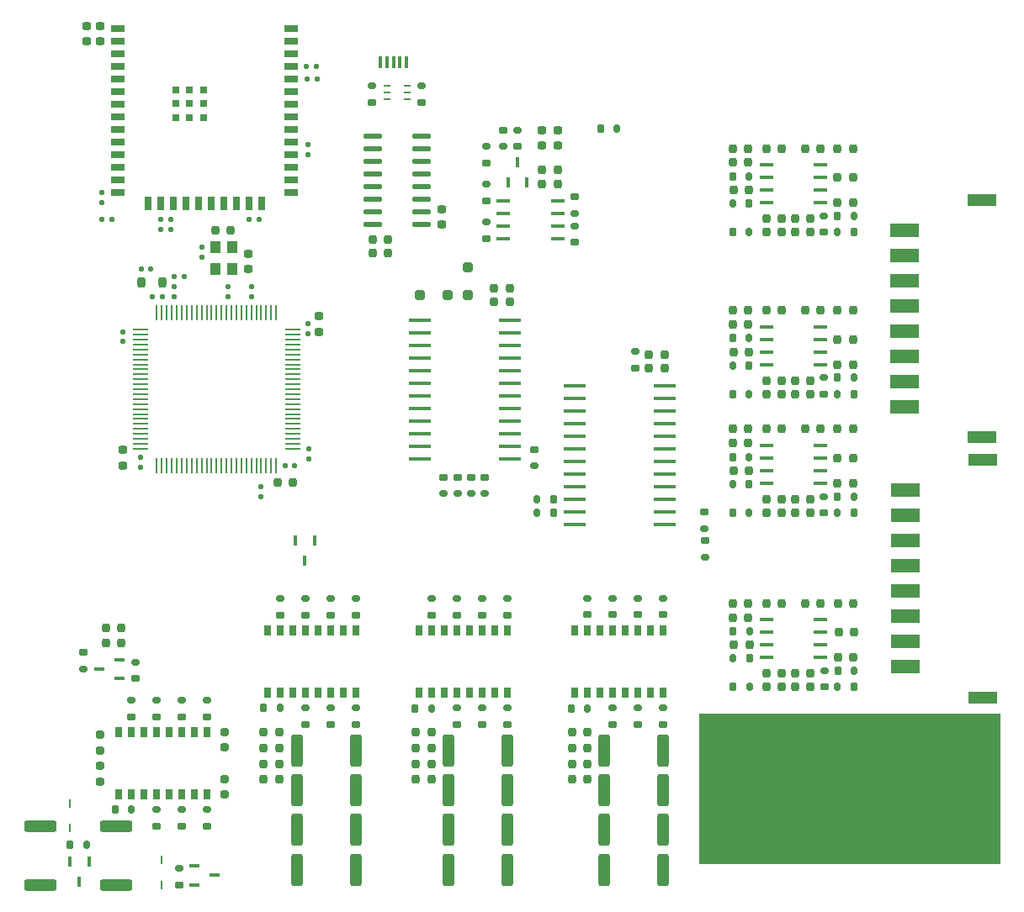
<source format=gbr>
%TF.GenerationSoftware,KiCad,Pcbnew,8.0.4*%
%TF.CreationDate,2024-10-07T12:30:42+07:00*%
%TF.ProjectId,System_Control,53797374-656d-45f4-936f-6e74726f6c2e,rev?*%
%TF.SameCoordinates,Original*%
%TF.FileFunction,Paste,Top*%
%TF.FilePolarity,Positive*%
%FSLAX46Y46*%
G04 Gerber Fmt 4.6, Leading zero omitted, Abs format (unit mm)*
G04 Created by KiCad (PCBNEW 8.0.4) date 2024-10-07 12:30:42*
%MOMM*%
%LPD*%
G01*
G04 APERTURE LIST*
G04 Aperture macros list*
%AMRoundRect*
0 Rectangle with rounded corners*
0 $1 Rounding radius*
0 $2 $3 $4 $5 $6 $7 $8 $9 X,Y pos of 4 corners*
0 Add a 4 corners polygon primitive as box body*
4,1,4,$2,$3,$4,$5,$6,$7,$8,$9,$2,$3,0*
0 Add four circle primitives for the rounded corners*
1,1,$1+$1,$2,$3*
1,1,$1+$1,$4,$5*
1,1,$1+$1,$6,$7*
1,1,$1+$1,$8,$9*
0 Add four rect primitives between the rounded corners*
20,1,$1+$1,$2,$3,$4,$5,0*
20,1,$1+$1,$4,$5,$6,$7,0*
20,1,$1+$1,$6,$7,$8,$9,0*
20,1,$1+$1,$8,$9,$2,$3,0*%
G04 Aperture macros list end*
%ADD10C,0.025400*%
%ADD11RoundRect,0.170600X-0.244100X0.170600X-0.244100X-0.170600X0.244100X-0.170600X0.244100X0.170600X0*%
%ADD12RoundRect,0.174600X-0.249600X0.174600X-0.249600X-0.174600X0.249600X-0.174600X0.249600X0.174600X0*%
%ADD13RoundRect,0.199600X0.199600X0.224600X-0.199600X0.224600X-0.199600X-0.224600X0.199600X-0.224600X0*%
%ADD14RoundRect,0.170600X0.170600X0.244100X-0.170600X0.244100X-0.170600X-0.244100X0.170600X-0.244100X0*%
%ADD15RoundRect,0.174600X0.174600X0.249600X-0.174600X0.249600X-0.174600X-0.249600X0.174600X-0.249600X0*%
%ADD16RoundRect,0.193350X0.193350X0.230850X-0.193350X0.230850X-0.193350X-0.230850X0.193350X-0.230850X0*%
%ADD17RoundRect,0.114600X-0.144600X0.114600X-0.144600X-0.114600X0.144600X-0.114600X0.144600X0.114600X0*%
%ADD18RoundRect,0.109600X-0.109600X-0.159600X0.109600X-0.159600X0.109600X0.159600X-0.109600X0.159600X0*%
%ADD19RoundRect,0.199600X-0.199600X-0.224600X0.199600X-0.224600X0.199600X0.224600X-0.199600X0.224600X0*%
%ADD20RoundRect,0.199600X-0.224600X0.199600X-0.224600X-0.199600X0.224600X-0.199600X0.224600X0.199600X0*%
%ADD21RoundRect,0.170600X-0.170600X-0.244100X0.170600X-0.244100X0.170600X0.244100X-0.170600X0.244100X0*%
%ADD22RoundRect,0.174600X-0.174600X-0.249600X0.174600X-0.249600X0.174600X0.249600X-0.174600X0.249600X0*%
%ADD23RoundRect,0.199600X0.224600X-0.199600X0.224600X0.199600X-0.224600X0.199600X-0.224600X-0.199600X0*%
%ADD24R,1.358900X0.431800*%
%ADD25R,0.348400X1.198400*%
%ADD26R,2.898400X1.298400*%
%ADD27R,2.898400X1.398400*%
%ADD28RoundRect,0.193350X-0.230850X0.193350X-0.230850X-0.193350X0.230850X-0.193350X0.230850X0.193350X0*%
%ADD29RoundRect,0.114600X-0.114600X-0.144600X0.114600X-0.144600X0.114600X0.144600X-0.114600X0.144600X0*%
%ADD30RoundRect,0.170600X0.244100X-0.170600X0.244100X0.170600X-0.244100X0.170600X-0.244100X-0.170600X0*%
%ADD31RoundRect,0.174600X0.249600X-0.174600X0.249600X0.174600X-0.249600X0.174600X-0.249600X-0.174600X0*%
%ADD32RoundRect,0.049600X-0.049600X0.699600X-0.049600X-0.699600X0.049600X-0.699600X0.049600X0.699600X0*%
%ADD33RoundRect,0.049600X-0.699600X0.049600X-0.699600X-0.049600X0.699600X-0.049600X0.699600X0.049600X0*%
%ADD34RoundRect,0.226909X-0.272291X-0.272291X0.272291X-0.272291X0.272291X0.272291X-0.272291X0.272291X0*%
%ADD35RoundRect,0.229266X-0.332434X-1.394934X0.332434X-1.394934X0.332434X1.394934X-0.332434X1.394934X0*%
%ADD36RoundRect,0.109600X0.159600X-0.109600X0.159600X0.109600X-0.159600X0.109600X-0.159600X-0.109600X0*%
%ADD37RoundRect,0.114600X0.144600X-0.114600X0.144600X0.114600X-0.144600X0.114600X-0.144600X-0.114600X0*%
%ADD38R,0.254000X0.812800*%
%ADD39R,0.635000X0.254000*%
%ADD40R,0.711200X1.092200*%
%ADD41RoundRect,0.193350X0.230850X-0.193350X0.230850X0.193350X-0.230850X0.193350X-0.230850X-0.193350X0*%
%ADD42RoundRect,0.109600X-0.159600X0.109600X-0.159600X-0.109600X0.159600X-0.109600X0.159600X0.109600X0*%
%ADD43R,1.398400X0.798400*%
%ADD44R,0.798400X1.398400*%
%ADD45R,0.798400X0.798400*%
%ADD46R,0.431800X1.066800*%
%ADD47R,1.066800X0.431800*%
%ADD48R,1.098400X1.298400*%
%ADD49RoundRect,0.114600X0.114600X0.144600X-0.114600X0.144600X-0.114600X-0.144600X0.114600X-0.144600X0*%
%ADD50R,2.209800X0.457200*%
%ADD51RoundRect,0.229266X-1.394934X0.332434X-1.394934X-0.332434X1.394934X-0.332434X1.394934X0.332434X0*%
%ADD52RoundRect,0.109600X0.109600X0.159600X-0.109600X0.159600X-0.109600X-0.159600X0.109600X-0.159600X0*%
%ADD53RoundRect,0.226909X-0.272291X0.272291X-0.272291X-0.272291X0.272291X-0.272291X0.272291X0.272291X0*%
%ADD54RoundRect,0.193350X-0.193350X-0.355850X0.193350X-0.355850X0.193350X0.355850X-0.193350X0.355850X0*%
%ADD55RoundRect,0.124600X0.799600X0.124600X-0.799600X0.124600X-0.799600X-0.124600X0.799600X-0.124600X0*%
G04 APERTURE END LIST*
D10*
X221610200Y-160232200D02*
X251824800Y-160232200D01*
X251824800Y-175232200D01*
X221610200Y-175232200D01*
X221610200Y-160232200D01*
G36*
X221610200Y-160232200D02*
G01*
X251824800Y-160232200D01*
X251824800Y-175232200D01*
X221610200Y-175232200D01*
X221610200Y-160232200D01*
G37*
D11*
%TO.C,R172*%
X169588600Y-169879400D03*
D12*
X169588600Y-171529400D03*
%TD*%
D13*
%TO.C,C75*%
X229941700Y-157496000D03*
X228391700Y-157496000D03*
%TD*%
D11*
%TO.C,R177*%
X202317400Y-159643200D03*
D12*
X202317400Y-161293200D03*
%TD*%
D14*
%TO.C,R127*%
X210393600Y-159731200D03*
D15*
X208743600Y-159731200D03*
%TD*%
D14*
%TO.C,R128*%
X179457400Y-159643200D03*
D15*
X177807400Y-159643200D03*
%TD*%
D11*
%TO.C,R120*%
X215473600Y-148600600D03*
D12*
X215473600Y-150250600D03*
%TD*%
D16*
%TO.C,D17*%
X179382400Y-163650198D03*
X177807400Y-163650198D03*
%TD*%
D17*
%TO.C,C28*%
X168806600Y-117214200D03*
X168806600Y-118174200D03*
%TD*%
D13*
%TO.C,C95*%
X226551200Y-132959600D03*
X225001200Y-132959600D03*
%TD*%
D11*
%TO.C,R125*%
X181997400Y-148619600D03*
D12*
X181997400Y-150269600D03*
%TD*%
D14*
%TO.C,R168*%
X159964399Y-173371000D03*
D15*
X158314399Y-173371000D03*
%TD*%
D11*
%TO.C,R85*%
X234188950Y-110049800D03*
D12*
X234188950Y-111699800D03*
%TD*%
D18*
%TO.C,R11*%
X182150300Y-96282000D03*
X183170300Y-96282000D03*
%TD*%
D11*
%TO.C,R126*%
X179457400Y-148619600D03*
D12*
X179457400Y-150269600D03*
%TD*%
D19*
%TO.C,C155*%
X200995400Y-117350400D03*
X202545400Y-117350400D03*
%TD*%
D14*
%TO.C,R55*%
X237191200Y-126356600D03*
D15*
X235541200Y-126356600D03*
%TD*%
D14*
%TO.C,R68*%
X226656950Y-111699800D03*
D15*
X225006950Y-111699800D03*
%TD*%
D13*
%TO.C,C91*%
X226551200Y-131537200D03*
X225001200Y-131537200D03*
%TD*%
D19*
%TO.C,C40*%
X205828350Y-105451400D03*
X207378350Y-105451400D03*
%TD*%
D13*
%TO.C,C63*%
X229941700Y-149139400D03*
X228391700Y-149139400D03*
%TD*%
D11*
%TO.C,R166*%
X167048600Y-169879400D03*
D12*
X167048600Y-171529400D03*
%TD*%
D14*
%TO.C,R77*%
X237191200Y-138320000D03*
D15*
X235541200Y-138320000D03*
%TD*%
D20*
%TO.C,C13*%
X195738800Y-109380600D03*
X195738800Y-110930600D03*
%TD*%
D21*
%TO.C,R65*%
X225001200Y-137111600D03*
D22*
X226651200Y-137111600D03*
%TD*%
D16*
%TO.C,D38*%
X194697400Y-165244664D03*
X193122400Y-165244664D03*
%TD*%
D13*
%TO.C,C128*%
X229927800Y-110328200D03*
X228377800Y-110328200D03*
%TD*%
D23*
%TO.C,C18*%
X183394400Y-121724000D03*
X183394400Y-120174000D03*
%TD*%
D24*
%TO.C,U5*%
X201930050Y-108524800D03*
X201930050Y-109794800D03*
X201930050Y-111064800D03*
X201930050Y-112334800D03*
X207378350Y-112334800D03*
X207378350Y-111064800D03*
X207378350Y-109794800D03*
X207378350Y-108524800D03*
%TD*%
D11*
%TO.C,R133*%
X212933600Y-159624200D03*
D12*
X212933600Y-161274200D03*
%TD*%
D13*
%TO.C,C80*%
X229922050Y-126635000D03*
X228372050Y-126635000D03*
%TD*%
D25*
%TO.C,J2*%
X192150600Y-94544000D03*
X191500600Y-94544000D03*
X190850600Y-94544000D03*
X190200600Y-94544000D03*
X189550600Y-94544000D03*
%TD*%
D26*
%TO.C,J7*%
X250196400Y-158561400D03*
X250196400Y-134661400D03*
D27*
X242396400Y-137721400D03*
X242396400Y-140261400D03*
X242396400Y-142801400D03*
X242396400Y-145341400D03*
X242396400Y-147881400D03*
X242396400Y-150421400D03*
X242396400Y-152961400D03*
X242396400Y-155501400D03*
%TD*%
D28*
%TO.C,D43*%
X161346334Y-162340500D03*
X161346334Y-163915500D03*
%TD*%
D11*
%TO.C,R35*%
X200197400Y-110684800D03*
D12*
X200197400Y-112334800D03*
%TD*%
D11*
%TO.C,R145*%
X218013600Y-159624200D03*
D12*
X218013600Y-161274200D03*
%TD*%
D29*
%TO.C,C27*%
X166631300Y-118174200D03*
X167591300Y-118174200D03*
%TD*%
D16*
%TO.C,D13*%
X210393600Y-163649400D03*
X208818600Y-163649400D03*
%TD*%
D11*
%TO.C,R151*%
X202317400Y-148619600D03*
D12*
X202317400Y-150269600D03*
%TD*%
D11*
%TO.C,R140*%
X184537400Y-159643200D03*
D12*
X184537400Y-161293200D03*
%TD*%
D14*
%TO.C,R79*%
X237196950Y-110049800D03*
D15*
X235546950Y-110049800D03*
%TD*%
D30*
%TO.C,R191*%
X222192000Y-144452200D03*
D31*
X222192000Y-142802200D03*
%TD*%
D32*
%TO.C,U3*%
X179056600Y-119849000D03*
X178556600Y-119849000D03*
X178056600Y-119849000D03*
X177556600Y-119849000D03*
X177056600Y-119849000D03*
X176556600Y-119849000D03*
X176056600Y-119849000D03*
X175556600Y-119849000D03*
X175056600Y-119849000D03*
X174556600Y-119849000D03*
X174056600Y-119849000D03*
X173556600Y-119849000D03*
X173056600Y-119849000D03*
X172556600Y-119849000D03*
X172056600Y-119849000D03*
X171556600Y-119849000D03*
X171056600Y-119849000D03*
X170556600Y-119849000D03*
X170056600Y-119849000D03*
X169556600Y-119849000D03*
X169056600Y-119849000D03*
X168556600Y-119849000D03*
X168056600Y-119849000D03*
X167556600Y-119849000D03*
X167056600Y-119849000D03*
D33*
X165381600Y-121524000D03*
X165381600Y-122024000D03*
X165381600Y-122524000D03*
X165381600Y-123024000D03*
X165381600Y-123524000D03*
X165381600Y-124024000D03*
X165381600Y-124524000D03*
X165381600Y-125024000D03*
X165381600Y-125524000D03*
X165381600Y-126024000D03*
X165381600Y-126524000D03*
X165381600Y-127024000D03*
X165381600Y-127524000D03*
X165381600Y-128024000D03*
X165381600Y-128524000D03*
X165381600Y-129024000D03*
X165381600Y-129524000D03*
X165381600Y-130024000D03*
X165381600Y-130524000D03*
X165381600Y-131024000D03*
X165381600Y-131524000D03*
X165381600Y-132024000D03*
X165381600Y-132524000D03*
X165381600Y-133024000D03*
X165381600Y-133524000D03*
D32*
X167056600Y-135199000D03*
X167556600Y-135199000D03*
X168056600Y-135199000D03*
X168556600Y-135199000D03*
X169056600Y-135199000D03*
X169556600Y-135199000D03*
X170056600Y-135199000D03*
X170556600Y-135199000D03*
X171056600Y-135199000D03*
X171556600Y-135199000D03*
X172056600Y-135199000D03*
X172556600Y-135199000D03*
X173056600Y-135199000D03*
X173556600Y-135199000D03*
X174056600Y-135199000D03*
X174556600Y-135199000D03*
X175056600Y-135199000D03*
X175556600Y-135199000D03*
X176056600Y-135199000D03*
X176556600Y-135199000D03*
X177056600Y-135199000D03*
X177556600Y-135199000D03*
X178056600Y-135199000D03*
X178556600Y-135199000D03*
X179056600Y-135199000D03*
D33*
X180731600Y-133524000D03*
X180731600Y-133024000D03*
X180731600Y-132524000D03*
X180731600Y-132024000D03*
X180731600Y-131524000D03*
X180731600Y-131024000D03*
X180731600Y-130524000D03*
X180731600Y-130024000D03*
X180731600Y-129524000D03*
X180731600Y-129024000D03*
X180731600Y-128524000D03*
X180731600Y-128024000D03*
X180731600Y-127524000D03*
X180731600Y-127024000D03*
X180731600Y-126524000D03*
X180731600Y-126024000D03*
X180731600Y-125524000D03*
X180731600Y-125024000D03*
X180731600Y-124524000D03*
X180731600Y-124024000D03*
X180731600Y-123524000D03*
X180731600Y-123024000D03*
X180731600Y-122524000D03*
X180731600Y-122024000D03*
X180731600Y-121524000D03*
%TD*%
D13*
%TO.C,C120*%
X237096950Y-106188000D03*
X235546950Y-106188000D03*
%TD*%
D16*
%TO.C,D37*%
X194697400Y-163650198D03*
X193122400Y-163650198D03*
%TD*%
D11*
%TO.C,R165*%
X197237400Y-159643200D03*
D12*
X197237400Y-161293200D03*
%TD*%
D34*
%TO.C,D60*%
X193503000Y-118049800D03*
X196303000Y-118049800D03*
%TD*%
D23*
%TO.C,C31*%
X176257000Y-115432400D03*
X176257000Y-113882400D03*
%TD*%
D35*
%TO.C,R181*%
X196392400Y-163897598D03*
X202317400Y-163897598D03*
%TD*%
D11*
%TO.C,R146*%
X187077400Y-159643200D03*
D12*
X187077400Y-161293200D03*
%TD*%
D36*
%TO.C,R21*%
X171558000Y-114247200D03*
X171558000Y-113227200D03*
%TD*%
D30*
%TO.C,R31*%
X201922800Y-103089200D03*
D31*
X201922800Y-101439200D03*
%TD*%
D19*
%TO.C,C159*%
X216566200Y-124018800D03*
X218116200Y-124018800D03*
%TD*%
D35*
%TO.C,R175*%
X196392400Y-167885398D03*
X202317400Y-167885398D03*
%TD*%
D21*
%TO.C,R43*%
X225001200Y-125148200D03*
D22*
X226651200Y-125148200D03*
%TD*%
D37*
%TO.C,C19*%
X182276800Y-121894000D03*
X182276800Y-120934000D03*
%TD*%
D11*
%TO.C,R9*%
X193720400Y-96986200D03*
D12*
X193720400Y-98636200D03*
%TD*%
D14*
%TO.C,R66*%
X226651200Y-139970000D03*
D15*
X225001200Y-139970000D03*
%TD*%
D13*
%TO.C,C37*%
X163455400Y-151577800D03*
X161905400Y-151577800D03*
%TD*%
D24*
%TO.C,U7*%
X228391700Y-150739600D03*
X228391700Y-152009600D03*
X228391700Y-153279600D03*
X228391700Y-154549600D03*
X233840000Y-154549600D03*
X233840000Y-153279600D03*
X233840000Y-152009600D03*
X233840000Y-150739600D03*
%TD*%
%TO.C,U12*%
X228377800Y-104918000D03*
X228377800Y-106188000D03*
X228377800Y-107458000D03*
X228377800Y-108728000D03*
X233826100Y-108728000D03*
X233826100Y-107458000D03*
X233826100Y-106188000D03*
X233826100Y-104918000D03*
%TD*%
D30*
%TO.C,R30*%
X159670200Y-155707799D03*
D31*
X159670200Y-154057799D03*
%TD*%
D19*
%TO.C,C156*%
X200995400Y-118747400D03*
X202545400Y-118747400D03*
%TD*%
D21*
%TO.C,R54*%
X235549050Y-157482400D03*
D22*
X237199050Y-157482400D03*
%TD*%
D16*
%TO.C,D19*%
X179382400Y-166843998D03*
X177807400Y-166843998D03*
%TD*%
D29*
%TO.C,C24*%
X168817400Y-116195600D03*
X169777400Y-116195600D03*
%TD*%
D38*
%TO.C,D57*%
X167544800Y-174945800D03*
X167544800Y-177435000D03*
%TD*%
D24*
%TO.C,U8*%
X228372050Y-121224800D03*
X228372050Y-122494800D03*
X228372050Y-123764800D03*
X228372050Y-125034800D03*
X233820350Y-125034800D03*
X233820350Y-123764800D03*
X233820350Y-122494800D03*
X233820350Y-121224800D03*
%TD*%
D18*
%TO.C,R10*%
X182122900Y-95012000D03*
X183142900Y-95012000D03*
%TD*%
D21*
%TO.C,R56*%
X235541200Y-128006600D03*
D22*
X237191200Y-128006600D03*
%TD*%
D13*
%TO.C,C111*%
X229922050Y-131537200D03*
X228372050Y-131537200D03*
%TD*%
D14*
%TO.C,R49*%
X226651200Y-122381400D03*
D15*
X225001200Y-122381400D03*
%TD*%
D39*
%TO.C,D6*%
X190183200Y-96986200D03*
X190183200Y-97646600D03*
X190183200Y-98307000D03*
X192266000Y-98307000D03*
X192266000Y-97646600D03*
X192266000Y-96986200D03*
%TD*%
D13*
%TO.C,C127*%
X229922050Y-138598400D03*
X228372050Y-138598400D03*
%TD*%
D11*
%TO.C,R122*%
X210393600Y-148600600D03*
D12*
X210393600Y-150250600D03*
%TD*%
D24*
%TO.C,U11*%
X228372050Y-133188200D03*
X228372050Y-134458200D03*
X228372050Y-135728200D03*
X228372050Y-136998200D03*
X233820350Y-136998200D03*
X233820350Y-135728200D03*
X233820350Y-134458200D03*
X233820350Y-133188200D03*
%TD*%
D13*
%TO.C,C112*%
X229927800Y-103317800D03*
X228377800Y-103317800D03*
%TD*%
D40*
%TO.C,U17*%
X172128600Y-162042600D03*
X170858600Y-162042600D03*
X169588600Y-162042600D03*
X168318600Y-162042600D03*
X167048600Y-162042600D03*
X165778600Y-162042600D03*
X164508600Y-162042600D03*
X163238600Y-162042600D03*
X163238600Y-168342598D03*
X164508600Y-168342598D03*
X165778600Y-168342598D03*
X167048600Y-168342598D03*
X168318600Y-168342598D03*
X169588600Y-168342598D03*
X170858600Y-168342598D03*
X172128600Y-168342598D03*
%TD*%
D35*
%TO.C,R137*%
X212088600Y-171872400D03*
X218013600Y-171872400D03*
%TD*%
D13*
%TO.C,C84*%
X237091200Y-119599200D03*
X235541200Y-119599200D03*
%TD*%
%TO.C,C132*%
X237096950Y-103317800D03*
X235546950Y-103317800D03*
%TD*%
D19*
%TO.C,C104*%
X231266750Y-111699800D03*
X232816750Y-111699800D03*
%TD*%
D30*
%TO.C,R183*%
X197300000Y-138049600D03*
D31*
X197300000Y-136399600D03*
%TD*%
D16*
%TO.C,D16*%
X179382400Y-162068798D03*
X177807400Y-162068798D03*
%TD*%
D19*
%TO.C,C52*%
X231261000Y-126635000D03*
X232811000Y-126635000D03*
%TD*%
D23*
%TO.C,C30*%
X163658600Y-135197400D03*
X163658600Y-133647400D03*
%TD*%
D11*
%TO.C,R158*%
X164508600Y-158855800D03*
D12*
X164508600Y-160505800D03*
%TD*%
D13*
%TO.C,C29*%
X180732600Y-136922000D03*
X179182600Y-136922000D03*
%TD*%
D16*
%TO.C,D15*%
X210393600Y-166843200D03*
X208818600Y-166843200D03*
%TD*%
D14*
%TO.C,R159*%
X194697400Y-159731998D03*
D15*
X193047400Y-159731998D03*
%TD*%
D36*
%TO.C,R23*%
X161499600Y-108732000D03*
X161499600Y-107712000D03*
%TD*%
D21*
%TO.C,R78*%
X235541200Y-139970000D03*
D22*
X237191200Y-139970000D03*
%TD*%
D41*
%TO.C,D41*%
X173869400Y-168342598D03*
X173869400Y-166767598D03*
%TD*%
D42*
%TO.C,R25*%
X182226500Y-102882000D03*
X182226500Y-103902000D03*
%TD*%
D13*
%TO.C,C44*%
X226551200Y-119599200D03*
X225001200Y-119599200D03*
%TD*%
%TO.C,C79*%
X229941700Y-156149800D03*
X228391700Y-156149800D03*
%TD*%
D16*
%TO.C,D12*%
X210393600Y-162068000D03*
X208818600Y-162068000D03*
%TD*%
D14*
%TO.C,R42*%
X226670850Y-157496000D03*
D15*
X225020850Y-157496000D03*
%TD*%
D16*
%TO.C,D39*%
X194697400Y-166843998D03*
X193122400Y-166843998D03*
%TD*%
D11*
%TO.C,R61*%
X234183200Y-126356600D03*
D12*
X234183200Y-128006600D03*
%TD*%
D16*
%TO.C,D18*%
X179382400Y-165244664D03*
X177807400Y-165244664D03*
%TD*%
D26*
%TO.C,J8*%
X250109800Y-132336600D03*
X250109800Y-108436600D03*
D27*
X242309800Y-111496600D03*
X242309800Y-114036600D03*
X242309800Y-116576600D03*
X242309800Y-119116600D03*
X242309800Y-121656600D03*
X242309800Y-124196600D03*
X242309800Y-126736600D03*
X242309800Y-129276600D03*
%TD*%
D13*
%TO.C,C43*%
X226570450Y-149139400D03*
X225020450Y-149139400D03*
%TD*%
%TO.C,C116*%
X237096950Y-108728000D03*
X235546950Y-108728000D03*
%TD*%
D11*
%TO.C,R178*%
X172128600Y-169879400D03*
D12*
X172128600Y-171529400D03*
%TD*%
D36*
%TO.C,R203*%
X177556600Y-138371800D03*
X177556600Y-137351800D03*
%TD*%
D40*
%TO.C,U15*%
X187077400Y-151806400D03*
X185807400Y-151806400D03*
X184537400Y-151806400D03*
X183267400Y-151806400D03*
X181997400Y-151806400D03*
X180727400Y-151806400D03*
X179457400Y-151806400D03*
X178187400Y-151806400D03*
X178187400Y-158106398D03*
X179457400Y-158106398D03*
X180727400Y-158106398D03*
X181997400Y-158106398D03*
X183267400Y-158106398D03*
X184537400Y-158106398D03*
X185807400Y-158106398D03*
X187077400Y-158106398D03*
%TD*%
D13*
%TO.C,C96*%
X226556950Y-104689400D03*
X225006950Y-104689400D03*
%TD*%
%TO.C,C124*%
X229927800Y-111699800D03*
X228377800Y-111699800D03*
%TD*%
D35*
%TO.C,R144*%
X181152400Y-167885398D03*
X187077400Y-167885398D03*
%TD*%
D13*
%TO.C,C119*%
X237091200Y-134458200D03*
X235541200Y-134458200D03*
%TD*%
D30*
%TO.C,R190*%
X222166600Y-141569200D03*
D31*
X222166600Y-139919200D03*
%TD*%
D21*
%TO.C,R80*%
X235546950Y-111699800D03*
D22*
X237196950Y-111699800D03*
%TD*%
D19*
%TO.C,C100*%
X231266750Y-110328200D03*
X232816750Y-110328200D03*
%TD*%
D13*
%TO.C,C71*%
X237199450Y-152009600D03*
X235649450Y-152009600D03*
%TD*%
%TO.C,C68*%
X237091200Y-125034800D03*
X235541200Y-125034800D03*
%TD*%
%TO.C,C76*%
X229922050Y-128006600D03*
X228372050Y-128006600D03*
%TD*%
D43*
%TO.C,U1*%
X163100300Y-91202000D03*
X163100300Y-92472000D03*
X163100300Y-93742000D03*
X163100300Y-95012000D03*
X163100300Y-96282000D03*
X163100300Y-97552000D03*
X163100300Y-98822000D03*
X163100300Y-100092000D03*
X163100300Y-101362000D03*
X163100300Y-102632000D03*
X163100300Y-103902000D03*
X163100300Y-105172000D03*
X163100300Y-106442000D03*
X163100300Y-107712000D03*
D44*
X166135300Y-108807000D03*
X167405300Y-108807000D03*
X168675300Y-108807000D03*
X169945300Y-108807000D03*
X171215300Y-108807000D03*
X172485300Y-108807000D03*
X173755300Y-108807000D03*
X175025300Y-108807000D03*
X176295300Y-108807000D03*
X177565300Y-108807000D03*
D43*
X180600300Y-107712000D03*
X180600300Y-106442000D03*
X180600300Y-105172000D03*
X180600300Y-103902000D03*
X180600300Y-102632000D03*
X180600300Y-101362000D03*
X180600300Y-100092000D03*
X180600300Y-98822000D03*
X180600300Y-97552000D03*
X180600300Y-96282000D03*
X180600300Y-95012000D03*
X180600300Y-93742000D03*
X180600300Y-92472000D03*
X180600300Y-91202000D03*
D45*
X168950300Y-97367000D03*
X168950300Y-98767000D03*
X168950300Y-100167000D03*
X170350300Y-97367000D03*
X170350300Y-98767000D03*
X170350300Y-100167000D03*
X171750300Y-97367000D03*
X171750300Y-98767000D03*
X171750300Y-100167000D03*
%TD*%
D46*
%TO.C,Q4*%
X202383399Y-106654400D03*
X204283401Y-106654400D03*
X203333400Y-104622400D03*
%TD*%
D11*
%TO.C,R153*%
X197237400Y-148619600D03*
D12*
X197237400Y-150269600D03*
%TD*%
D13*
%TO.C,C131*%
X237091200Y-131537200D03*
X235541200Y-131537200D03*
%TD*%
D30*
%TO.C,R37*%
X209118550Y-109794800D03*
D31*
X209118550Y-108144800D03*
%TD*%
D19*
%TO.C,C135*%
X232270350Y-131537200D03*
X233820350Y-131537200D03*
%TD*%
D13*
%TO.C,C47*%
X226570450Y-150561400D03*
X225020450Y-150561400D03*
%TD*%
D41*
%TO.C,D42*%
X161346334Y-167021200D03*
X161346334Y-165446200D03*
%TD*%
D18*
%TO.C,R19*%
X167405300Y-111471200D03*
X168425300Y-111471200D03*
%TD*%
D13*
%TO.C,C64*%
X229928400Y-119599200D03*
X228378400Y-119599200D03*
%TD*%
D47*
%TO.C,Q20*%
X170858600Y-175534998D03*
X170858600Y-177435000D03*
X172890600Y-176484999D03*
%TD*%
D35*
%TO.C,R131*%
X212088600Y-175911000D03*
X218013600Y-175911000D03*
%TD*%
D11*
%TO.C,R33*%
X200197400Y-103089200D03*
D12*
X200197400Y-104739200D03*
%TD*%
D11*
%TO.C,R121*%
X212933600Y-148600600D03*
D12*
X212933600Y-150250600D03*
%TD*%
D30*
%TO.C,R185*%
X198672000Y-138049600D03*
D31*
X198672000Y-136399600D03*
%TD*%
D38*
%TO.C,D49*%
X158314399Y-169256200D03*
X158314399Y-171745400D03*
%TD*%
D48*
%TO.C,Y1*%
X172956800Y-113227200D03*
X172956800Y-115427200D03*
X174656800Y-115427200D03*
X174656800Y-113227200D03*
%TD*%
D19*
%TO.C,C87*%
X232290000Y-149139400D03*
X233840000Y-149139400D03*
%TD*%
D21*
%TO.C,R188*%
X205290200Y-138598400D03*
D22*
X206940200Y-138598400D03*
%TD*%
D11*
%TO.C,R155*%
X172128600Y-158855800D03*
D12*
X172128600Y-160505800D03*
%TD*%
D11*
%TO.C,R32*%
X203333400Y-101439200D03*
D12*
X203333400Y-103089200D03*
%TD*%
D11*
%TO.C,R34*%
X200197400Y-106874800D03*
D12*
X200197400Y-108524800D03*
%TD*%
D37*
%TO.C,C20*%
X165381600Y-135367400D03*
X165381600Y-134407400D03*
%TD*%
D19*
%TO.C,C107*%
X225101200Y-135728200D03*
X226651200Y-135728200D03*
%TD*%
D49*
%TO.C,C25*%
X166447400Y-115433600D03*
X165487400Y-115433600D03*
%TD*%
D16*
%TO.C,D14*%
X210393600Y-165243866D03*
X208818600Y-165243866D03*
%TD*%
D14*
%TO.C,R73*%
X226656950Y-106074600D03*
D15*
X225006950Y-106074600D03*
%TD*%
D11*
%TO.C,R84*%
X234183200Y-138320000D03*
D12*
X234183200Y-139970000D03*
%TD*%
D11*
%TO.C,R124*%
X184537400Y-148619600D03*
D12*
X184537400Y-150269600D03*
%TD*%
D13*
%TO.C,C83*%
X237110850Y-149139400D03*
X235560850Y-149139400D03*
%TD*%
D21*
%TO.C,R189*%
X205315600Y-139944600D03*
D22*
X206965600Y-139944600D03*
%TD*%
D11*
%TO.C,R123*%
X187077400Y-148619600D03*
D12*
X187077400Y-150269600D03*
%TD*%
D14*
%TO.C,R53*%
X237210850Y-155846000D03*
D15*
X235560850Y-155846000D03*
%TD*%
D11*
%TO.C,R38*%
X209118550Y-111064800D03*
D12*
X209118550Y-112714800D03*
%TD*%
D17*
%TO.C,C23*%
X174216600Y-117214200D03*
X174216600Y-118174200D03*
%TD*%
D11*
%TO.C,R154*%
X194697400Y-148619600D03*
D12*
X194697400Y-150269600D03*
%TD*%
D14*
%TO.C,R36*%
X213352800Y-101274000D03*
D15*
X211702800Y-101274000D03*
%TD*%
D13*
%TO.C,C48*%
X226551200Y-120996200D03*
X225001200Y-120996200D03*
%TD*%
D35*
%TO.C,R132*%
X181152400Y-175911798D03*
X187077400Y-175911798D03*
%TD*%
D50*
%TO.C,U18*%
X193503000Y-120601600D03*
X193503000Y-121871600D03*
X193503000Y-123141600D03*
X193503000Y-124411600D03*
X193503000Y-125681600D03*
X193503000Y-126951600D03*
X193503000Y-128221600D03*
X193503000Y-129491600D03*
X193503000Y-130761600D03*
X193503000Y-132031600D03*
X193503000Y-133301600D03*
X193503000Y-134571600D03*
X202545400Y-134571600D03*
X202545400Y-133301600D03*
X202545400Y-132031600D03*
X202545400Y-130761600D03*
X202545400Y-129491600D03*
X202545400Y-128221600D03*
X202545400Y-126951600D03*
X202545400Y-125681600D03*
X202545400Y-124411600D03*
X202545400Y-123141600D03*
X202545400Y-121871600D03*
X202545400Y-120601600D03*
%TD*%
D51*
%TO.C,R164*%
X155346400Y-171510000D03*
X155346400Y-177435000D03*
%TD*%
D11*
%TO.C,R152*%
X199777400Y-148619600D03*
D12*
X199777400Y-150269600D03*
%TD*%
D30*
%TO.C,R186*%
X200043200Y-138049600D03*
D31*
X200043200Y-136399600D03*
%TD*%
D11*
%TO.C,R29*%
X164904400Y-155007800D03*
D12*
X164904400Y-156657800D03*
%TD*%
D11*
%TO.C,R139*%
X215473600Y-159624200D03*
D12*
X215473600Y-161274200D03*
%TD*%
D35*
%TO.C,R138*%
X181152400Y-171873198D03*
X187077400Y-171873198D03*
%TD*%
D14*
%TO.C,R72*%
X226651200Y-134344800D03*
D15*
X225001200Y-134344800D03*
%TD*%
D20*
%TO.C,C12*%
X160012500Y-90922000D03*
X160012500Y-92472000D03*
%TD*%
D19*
%TO.C,C88*%
X232270350Y-119599200D03*
X233820350Y-119599200D03*
%TD*%
D11*
%TO.C,R8*%
X188728400Y-96986200D03*
D12*
X188728400Y-98636200D03*
%TD*%
D19*
%TO.C,C60*%
X225101200Y-123764800D03*
X226651200Y-123764800D03*
%TD*%
D13*
%TO.C,C92*%
X226556950Y-103317800D03*
X225006950Y-103317800D03*
%TD*%
D19*
%TO.C,C108*%
X225106950Y-107458000D03*
X226656950Y-107458000D03*
%TD*%
D11*
%TO.C,R119*%
X218013600Y-148600600D03*
D12*
X218013600Y-150250600D03*
%TD*%
D11*
%TO.C,R157*%
X167048600Y-158855800D03*
D12*
X167048600Y-160505800D03*
%TD*%
D19*
%TO.C,C103*%
X231261000Y-139970000D03*
X232811000Y-139970000D03*
%TD*%
D52*
%TO.C,R20*%
X162519600Y-110429800D03*
X161499600Y-110429800D03*
%TD*%
D30*
%TO.C,R187*%
X205021600Y-135232000D03*
D31*
X205021600Y-133582000D03*
%TD*%
D11*
%TO.C,R171*%
X199777400Y-159643200D03*
D12*
X199777400Y-161293200D03*
%TD*%
D14*
%TO.C,R48*%
X226670850Y-151933000D03*
D15*
X225020850Y-151933000D03*
%TD*%
D11*
%TO.C,R180*%
X169272000Y-175785000D03*
D12*
X169272000Y-177435000D03*
%TD*%
D13*
%TO.C,C14*%
X190292400Y-113775400D03*
X188742400Y-113775400D03*
%TD*%
D17*
%TO.C,C22*%
X176556600Y-117214200D03*
X176556600Y-118174200D03*
%TD*%
D14*
%TO.C,R44*%
X226651200Y-128006600D03*
D15*
X225001200Y-128006600D03*
%TD*%
D19*
%TO.C,C41*%
X205828350Y-106899200D03*
X207378350Y-106899200D03*
%TD*%
D20*
%TO.C,C11*%
X161358700Y-90922000D03*
X161358700Y-92472000D03*
%TD*%
D46*
%TO.C,D63*%
X182896601Y-142764000D03*
X180996599Y-142764000D03*
X181946600Y-144796000D03*
%TD*%
D17*
%TO.C,C26*%
X163658600Y-121760800D03*
X163658600Y-122720800D03*
%TD*%
D35*
%TO.C,R149*%
X212088600Y-163896800D03*
X218013600Y-163896800D03*
%TD*%
D13*
%TO.C,C72*%
X237091200Y-122494800D03*
X235541200Y-122494800D03*
%TD*%
D23*
%TO.C,C38*%
X207378350Y-102989200D03*
X207378350Y-101439200D03*
%TD*%
D19*
%TO.C,C136*%
X232276100Y-103317800D03*
X233826100Y-103317800D03*
%TD*%
D11*
%TO.C,R60*%
X234202850Y-155846000D03*
D12*
X234202850Y-157496000D03*
%TD*%
D14*
%TO.C,R160*%
X164508600Y-169879400D03*
D15*
X162858600Y-169879400D03*
%TD*%
D35*
%TO.C,R150*%
X181152400Y-163897598D03*
X187077400Y-163897598D03*
%TD*%
D53*
%TO.C,D61*%
X198380400Y-115249800D03*
X198380400Y-118049800D03*
%TD*%
D21*
%TO.C,R67*%
X225006950Y-108841400D03*
D22*
X226656950Y-108841400D03*
%TD*%
D13*
%TO.C,C115*%
X237091200Y-136998200D03*
X235541200Y-136998200D03*
%TD*%
D28*
%TO.C,D40*%
X173869400Y-162042600D03*
X173869400Y-163617600D03*
%TD*%
D19*
%TO.C,C56*%
X231261000Y-128006600D03*
X232811000Y-128006600D03*
%TD*%
D54*
%TO.C,FB1*%
X165466300Y-116805200D03*
X167591300Y-116805200D03*
%TD*%
D35*
%TO.C,R143*%
X212089401Y-167884600D03*
X218014401Y-167884600D03*
%TD*%
D50*
%TO.C,U19*%
X209073800Y-127219200D03*
X209073800Y-128489200D03*
X209073800Y-129759200D03*
X209073800Y-131029200D03*
X209073800Y-132299200D03*
X209073800Y-133569200D03*
X209073800Y-134839200D03*
X209073800Y-136109200D03*
X209073800Y-137379200D03*
X209073800Y-138649200D03*
X209073800Y-139919200D03*
X209073800Y-141189200D03*
X218116200Y-141189200D03*
X218116200Y-139919200D03*
X218116200Y-138649200D03*
X218116200Y-137379200D03*
X218116200Y-136109200D03*
X218116200Y-134839200D03*
X218116200Y-133569200D03*
X218116200Y-132299200D03*
X218116200Y-131029200D03*
X218116200Y-129759200D03*
X218116200Y-128489200D03*
X218116200Y-127219200D03*
%TD*%
D11*
%TO.C,R192*%
X215220600Y-123740400D03*
D12*
X215220600Y-125390400D03*
%TD*%
D35*
%TO.C,R169*%
X196392400Y-171873198D03*
X202317400Y-171873198D03*
%TD*%
D52*
%TO.C,R22*%
X168425300Y-110404400D03*
X167405300Y-110404400D03*
%TD*%
D49*
%TO.C,C21*%
X180902600Y-135199000D03*
X179942600Y-135199000D03*
%TD*%
D46*
%TO.C,Q16*%
X160214401Y-175123600D03*
X158314399Y-175123600D03*
X159264400Y-177155600D03*
%TD*%
D19*
%TO.C,C51*%
X231280650Y-157496000D03*
X232830650Y-157496000D03*
%TD*%
D13*
%TO.C,C36*%
X163455400Y-153127200D03*
X161905400Y-153127200D03*
%TD*%
D36*
%TO.C,R204*%
X182327600Y-134544000D03*
X182327600Y-133524000D03*
%TD*%
D19*
%TO.C,C55*%
X231280650Y-156149800D03*
X232830650Y-156149800D03*
%TD*%
D40*
%TO.C,U16*%
X202317400Y-151806400D03*
X201047400Y-151806400D03*
X199777400Y-151806400D03*
X198507400Y-151806400D03*
X197237400Y-151806400D03*
X195967400Y-151806400D03*
X194697400Y-151806400D03*
X193427400Y-151806400D03*
X193427400Y-158106398D03*
X194697400Y-158106398D03*
X195967400Y-158106398D03*
X197237400Y-158106398D03*
X198507400Y-158106398D03*
X199777400Y-158106398D03*
X201047400Y-158106398D03*
X202317400Y-158106398D03*
%TD*%
D19*
%TO.C,C32*%
X172957400Y-111522000D03*
X174507400Y-111522000D03*
%TD*%
D52*
%TO.C,R24*%
X177315300Y-110404400D03*
X176295300Y-110404400D03*
%TD*%
D11*
%TO.C,R156*%
X169588600Y-158855800D03*
D12*
X169588600Y-160505800D03*
%TD*%
D47*
%TO.C,Q3*%
X163316000Y-156657800D03*
X163316000Y-154757798D03*
X161284000Y-155707799D03*
%TD*%
D51*
%TO.C,R176*%
X162966400Y-171510000D03*
X162966400Y-177435000D03*
%TD*%
D16*
%TO.C,D36*%
X194697400Y-162068798D03*
X193122400Y-162068798D03*
%TD*%
D19*
%TO.C,C59*%
X225120850Y-153279600D03*
X226670850Y-153279600D03*
%TD*%
D23*
%TO.C,C39*%
X205828350Y-102989200D03*
X205828350Y-101439200D03*
%TD*%
D55*
%TO.C,U2*%
X193692400Y-110930600D03*
X193692400Y-109660600D03*
X193692400Y-108390600D03*
X193692400Y-107120600D03*
X193692400Y-105850600D03*
X193692400Y-104580600D03*
X193692400Y-103310600D03*
X193692400Y-102040600D03*
X188742400Y-102040600D03*
X188742400Y-103310600D03*
X188742400Y-104580600D03*
X188742400Y-105850600D03*
X188742400Y-107120600D03*
X188742400Y-108390600D03*
X188742400Y-109660600D03*
X188742400Y-110930600D03*
%TD*%
D40*
%TO.C,U14*%
X218013600Y-151787400D03*
X216743600Y-151787400D03*
X215473600Y-151787400D03*
X214203600Y-151787400D03*
X212933600Y-151787400D03*
X211663600Y-151787400D03*
X210393600Y-151787400D03*
X209123600Y-151787400D03*
X209123600Y-158087398D03*
X210393600Y-158087398D03*
X211663600Y-158087398D03*
X212933600Y-158087398D03*
X214203600Y-158087398D03*
X215473600Y-158087398D03*
X216743600Y-158087398D03*
X218013600Y-158087398D03*
%TD*%
D13*
%TO.C,C123*%
X229922050Y-139970000D03*
X228372050Y-139970000D03*
%TD*%
D11*
%TO.C,R134*%
X181997400Y-159643200D03*
D12*
X181997400Y-161293200D03*
%TD*%
D13*
%TO.C,C17*%
X190292400Y-112429200D03*
X188742400Y-112429200D03*
%TD*%
D35*
%TO.C,R163*%
X196392400Y-175911798D03*
X202317400Y-175911798D03*
%TD*%
D19*
%TO.C,C158*%
X216566200Y-125390400D03*
X218116200Y-125390400D03*
%TD*%
D30*
%TO.C,R184*%
X195928400Y-138049600D03*
D31*
X195928400Y-136399600D03*
%TD*%
D13*
%TO.C,C67*%
X237110850Y-154549600D03*
X235560850Y-154549600D03*
%TD*%
D19*
%TO.C,C99*%
X231261000Y-138598400D03*
X232811000Y-138598400D03*
%TD*%
D21*
%TO.C,R41*%
X225020850Y-154637600D03*
D22*
X226670850Y-154637600D03*
%TD*%
M02*

</source>
